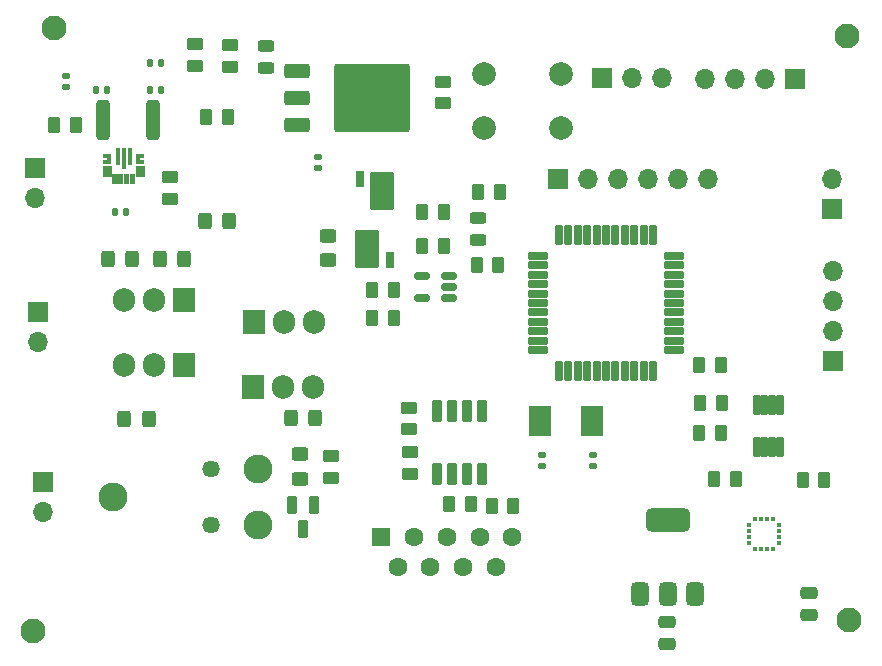
<source format=gbr>
%TF.GenerationSoftware,KiCad,Pcbnew,9.0.0*%
%TF.CreationDate,2025-04-23T21:59:36+02:00*%
%TF.ProjectId,Projecte,50726f6a-6563-4746-952e-6b696361645f,rev?*%
%TF.SameCoordinates,Original*%
%TF.FileFunction,Soldermask,Top*%
%TF.FilePolarity,Negative*%
%FSLAX46Y46*%
G04 Gerber Fmt 4.6, Leading zero omitted, Abs format (unit mm)*
G04 Created by KiCad (PCBNEW 9.0.0) date 2025-04-23 21:59:36*
%MOMM*%
%LPD*%
G01*
G04 APERTURE LIST*
G04 Aperture macros list*
%AMRoundRect*
0 Rectangle with rounded corners*
0 $1 Rounding radius*
0 $2 $3 $4 $5 $6 $7 $8 $9 X,Y pos of 4 corners*
0 Add a 4 corners polygon primitive as box body*
4,1,4,$2,$3,$4,$5,$6,$7,$8,$9,$2,$3,0*
0 Add four circle primitives for the rounded corners*
1,1,$1+$1,$2,$3*
1,1,$1+$1,$4,$5*
1,1,$1+$1,$6,$7*
1,1,$1+$1,$8,$9*
0 Add four rect primitives between the rounded corners*
20,1,$1+$1,$2,$3,$4,$5,0*
20,1,$1+$1,$4,$5,$6,$7,0*
20,1,$1+$1,$6,$7,$8,$9,0*
20,1,$1+$1,$8,$9,$2,$3,0*%
G04 Aperture macros list end*
%ADD10C,0.010000*%
%ADD11RoundRect,0.140000X-0.170000X0.140000X-0.170000X-0.140000X0.170000X-0.140000X0.170000X0.140000X0*%
%ADD12RoundRect,0.140000X0.140000X0.170000X-0.140000X0.170000X-0.140000X-0.170000X0.140000X-0.170000X0*%
%ADD13RoundRect,0.140000X-0.140000X-0.170000X0.140000X-0.170000X0.140000X0.170000X-0.140000X0.170000X0*%
%ADD14RoundRect,0.140000X0.170000X-0.140000X0.170000X0.140000X-0.170000X0.140000X-0.170000X-0.140000X0*%
%ADD15RoundRect,0.250000X-0.312500X-1.450000X0.312500X-1.450000X0.312500X1.450000X-0.312500X1.450000X0*%
%ADD16R,0.450000X0.300000*%
%ADD17R,0.300000X0.450000*%
%ADD18RoundRect,0.075500X0.226500X-0.736500X0.226500X0.736500X-0.226500X0.736500X-0.226500X-0.736500X0*%
%ADD19RoundRect,0.250000X-0.262500X-0.450000X0.262500X-0.450000X0.262500X0.450000X-0.262500X0.450000X0*%
%ADD20R,1.700000X1.700000*%
%ADD21O,1.700000X1.700000*%
%ADD22RoundRect,0.102000X-0.736600X-0.241300X0.736600X-0.241300X0.736600X0.241300X-0.736600X0.241300X0*%
%ADD23RoundRect,0.102000X-0.241300X-0.736600X0.241300X-0.736600X0.241300X0.736600X-0.241300X0.736600X0*%
%ADD24RoundRect,0.250000X0.262500X0.450000X-0.262500X0.450000X-0.262500X-0.450000X0.262500X-0.450000X0*%
%ADD25RoundRect,0.250000X0.450000X-0.325000X0.450000X0.325000X-0.450000X0.325000X-0.450000X-0.325000X0*%
%ADD26RoundRect,0.375000X0.375000X-0.625000X0.375000X0.625000X-0.375000X0.625000X-0.375000X-0.625000X0*%
%ADD27RoundRect,0.500000X1.400000X-0.500000X1.400000X0.500000X-1.400000X0.500000X-1.400000X-0.500000X0*%
%ADD28R,1.905000X2.000000*%
%ADD29O,1.905000X2.000000*%
%ADD30C,2.100000*%
%ADD31RoundRect,0.250000X0.325000X0.450000X-0.325000X0.450000X-0.325000X-0.450000X0.325000X-0.450000X0*%
%ADD32RoundRect,0.250000X-0.475000X0.250000X-0.475000X-0.250000X0.475000X-0.250000X0.475000X0.250000X0*%
%ADD33RoundRect,0.250000X-0.450000X0.262500X-0.450000X-0.262500X0.450000X-0.262500X0.450000X0.262500X0*%
%ADD34RoundRect,0.150000X0.512500X0.150000X-0.512500X0.150000X-0.512500X-0.150000X0.512500X-0.150000X0*%
%ADD35RoundRect,0.243750X0.456250X-0.243750X0.456250X0.243750X-0.456250X0.243750X-0.456250X-0.243750X0*%
%ADD36C,2.000000*%
%ADD37RoundRect,0.250000X-0.325000X-0.450000X0.325000X-0.450000X0.325000X0.450000X-0.325000X0.450000X0*%
%ADD38RoundRect,0.100500X-0.301500X0.791500X-0.301500X-0.791500X0.301500X-0.791500X0.301500X0.791500X0*%
%ADD39R,1.900000X2.500000*%
%ADD40RoundRect,0.250000X0.450000X-0.262500X0.450000X0.262500X-0.450000X0.262500X-0.450000X-0.262500X0*%
%ADD41C,1.462000*%
%ADD42C,2.454000*%
%ADD43RoundRect,0.243600X0.771400X-1.406400X0.771400X1.406400X-0.771400X1.406400X-0.771400X-1.406400X0*%
%ADD44RoundRect,0.190000X0.190000X-0.510000X0.190000X0.510000X-0.190000X0.510000X-0.190000X-0.510000X0*%
%ADD45RoundRect,0.250000X-0.850000X-0.350000X0.850000X-0.350000X0.850000X0.350000X-0.850000X0.350000X0*%
%ADD46RoundRect,0.249997X-2.950003X-2.650003X2.950003X-2.650003X2.950003X2.650003X-2.950003X2.650003X0*%
%ADD47RoundRect,0.243750X-0.456250X0.243750X-0.456250X-0.243750X0.456250X-0.243750X0.456250X0.243750X0*%
%ADD48RoundRect,0.099250X-0.297750X0.662750X-0.297750X-0.662750X0.297750X-0.662750X0.297750X0.662750X0*%
%ADD49R,1.600000X1.600000*%
%ADD50C,1.600000*%
G04 APERTURE END LIST*
D10*
%TO.C,U2*%
X165679798Y-87903212D02*
X164979798Y-87903212D01*
X164979798Y-87553212D01*
X165679798Y-87553212D01*
X165679798Y-87903212D01*
G36*
X165679798Y-87903212D02*
G01*
X164979798Y-87903212D01*
X164979798Y-87553212D01*
X165679798Y-87553212D01*
X165679798Y-87903212D01*
G37*
X165679798Y-88403212D02*
X164979798Y-88403212D01*
X164979798Y-88053212D01*
X165679798Y-88053212D01*
X165679798Y-88403212D01*
G36*
X165679798Y-88403212D02*
G01*
X164979798Y-88403212D01*
X164979798Y-88053212D01*
X165679798Y-88053212D01*
X165679798Y-88403212D01*
G37*
X166154798Y-89003212D02*
X165804798Y-89003212D01*
X165804798Y-88303212D01*
X166154798Y-88303212D01*
X166154798Y-89003212D01*
G36*
X166154798Y-89003212D02*
G01*
X165804798Y-89003212D01*
X165804798Y-88303212D01*
X166154798Y-88303212D01*
X166154798Y-89003212D01*
G37*
X166354798Y-87403212D02*
X166104798Y-87403212D01*
X166104798Y-86053212D01*
X166354798Y-86053212D01*
X166354798Y-87403212D01*
G36*
X166354798Y-87403212D02*
G01*
X166104798Y-87403212D01*
X166104798Y-86053212D01*
X166354798Y-86053212D01*
X166354798Y-87403212D01*
G37*
X166654798Y-89003212D02*
X166304798Y-89003212D01*
X166304798Y-88303212D01*
X166654798Y-88303212D01*
X166654798Y-89003212D01*
G36*
X166654798Y-89003212D02*
G01*
X166304798Y-89003212D01*
X166304798Y-88303212D01*
X166654798Y-88303212D01*
X166654798Y-89003212D01*
G37*
X166854798Y-87753212D02*
X166604798Y-87753212D01*
X166604798Y-86053212D01*
X166854798Y-86053212D01*
X166854798Y-87753212D01*
G36*
X166854798Y-87753212D02*
G01*
X166604798Y-87753212D01*
X166604798Y-86053212D01*
X166854798Y-86053212D01*
X166854798Y-87753212D01*
G37*
X167154798Y-89003212D02*
X166804798Y-89003212D01*
X166804798Y-88303212D01*
X167154798Y-88303212D01*
X167154798Y-89003212D01*
G36*
X167154798Y-89003212D02*
G01*
X166804798Y-89003212D01*
X166804798Y-88303212D01*
X167154798Y-88303212D01*
X167154798Y-89003212D01*
G37*
X167354798Y-87403212D02*
X167104798Y-87403212D01*
X167104798Y-86053212D01*
X167354798Y-86053212D01*
X167354798Y-87403212D01*
G36*
X167354798Y-87403212D02*
G01*
X167104798Y-87403212D01*
X167104798Y-86053212D01*
X167354798Y-86053212D01*
X167354798Y-87403212D01*
G37*
X167654798Y-89003212D02*
X167304798Y-89003212D01*
X167304798Y-88303212D01*
X167654798Y-88303212D01*
X167654798Y-89003212D01*
G36*
X167654798Y-89003212D02*
G01*
X167304798Y-89003212D01*
X167304798Y-88303212D01*
X167654798Y-88303212D01*
X167654798Y-89003212D01*
G37*
X168479798Y-87903212D02*
X167779798Y-87903212D01*
X167779798Y-87553212D01*
X168479798Y-87553212D01*
X168479798Y-87903212D01*
G36*
X168479798Y-87903212D02*
G01*
X167779798Y-87903212D01*
X167779798Y-87553212D01*
X168479798Y-87553212D01*
X168479798Y-87903212D01*
G37*
X168479798Y-88403212D02*
X167779798Y-88403212D01*
X167779798Y-88053212D01*
X168479798Y-88053212D01*
X168479798Y-88403212D01*
G36*
X168479798Y-88403212D02*
G01*
X167779798Y-88403212D01*
X167779798Y-88053212D01*
X168479798Y-88053212D01*
X168479798Y-88403212D01*
G37*
X165629798Y-87353212D02*
X165029798Y-87353212D01*
X165029798Y-87103212D01*
X165379798Y-87103212D01*
X165379798Y-86853212D01*
X165029798Y-86853212D01*
X165029798Y-86603212D01*
X165629798Y-86603212D01*
X165629798Y-87353212D01*
G36*
X165629798Y-87353212D02*
G01*
X165029798Y-87353212D01*
X165029798Y-87103212D01*
X165379798Y-87103212D01*
X165379798Y-86853212D01*
X165029798Y-86853212D01*
X165029798Y-86603212D01*
X165629798Y-86603212D01*
X165629798Y-87353212D01*
G37*
X168429798Y-86853212D02*
X168079798Y-86853212D01*
X168079798Y-87103212D01*
X168429798Y-87103212D01*
X168429798Y-87353212D01*
X167829798Y-87353212D01*
X167829798Y-86603212D01*
X168429798Y-86603212D01*
X168429798Y-86853212D01*
G36*
X168429798Y-86853212D02*
G01*
X168079798Y-86853212D01*
X168079798Y-87103212D01*
X168429798Y-87103212D01*
X168429798Y-87353212D01*
X167829798Y-87353212D01*
X167829798Y-86603212D01*
X168429798Y-86603212D01*
X168429798Y-86853212D01*
G37*
%TD*%
D11*
%TO.C,C12*%
X183210000Y-86790000D03*
X183210000Y-87750000D03*
%TD*%
D12*
%TO.C,C11*%
X169950000Y-78910000D03*
X168990000Y-78910000D03*
%TD*%
%TO.C,C10*%
X169960000Y-81130000D03*
X169000000Y-81130000D03*
%TD*%
D13*
%TO.C,C7*%
X164400000Y-81160000D03*
X165360000Y-81160000D03*
%TD*%
D12*
%TO.C,C6*%
X166979798Y-91525712D03*
X166019798Y-91525712D03*
%TD*%
D14*
%TO.C,C4*%
X161900000Y-80930000D03*
X161900000Y-79970000D03*
%TD*%
D15*
%TO.C,L1*%
X165000000Y-83720000D03*
X169275000Y-83720000D03*
%TD*%
D11*
%TO.C,C5*%
X206510000Y-112030000D03*
X206510000Y-112990000D03*
%TD*%
%TO.C,C3*%
X202160000Y-112050000D03*
X202160000Y-113010000D03*
%TD*%
D16*
%TO.C,U6*%
X219690000Y-118020000D03*
X219690000Y-118520000D03*
X219690000Y-119020000D03*
X219690000Y-119520000D03*
D17*
X220215000Y-120045000D03*
X220715000Y-120045000D03*
X221215000Y-120045000D03*
X221715000Y-120045000D03*
D16*
X222240000Y-119520000D03*
X222240000Y-119020000D03*
X222240000Y-118520000D03*
X222240000Y-118020000D03*
D17*
X221715000Y-117495000D03*
X221215000Y-117495000D03*
X220715000Y-117495000D03*
X220215000Y-117495000D03*
%TD*%
D18*
%TO.C,U3*%
X220345000Y-111352500D03*
X220995000Y-111352500D03*
X221645000Y-111352500D03*
X222295000Y-111352500D03*
X222295000Y-107812500D03*
X221645000Y-107812500D03*
X220995000Y-107812500D03*
X220345000Y-107812500D03*
%TD*%
D19*
%TO.C,R18*%
X187820000Y-98080000D03*
X189645000Y-98080000D03*
%TD*%
D20*
%TO.C,USART*%
X226820000Y-104110000D03*
D21*
X226820000Y-101570000D03*
X226820000Y-99030000D03*
X226820000Y-96490000D03*
%TD*%
D19*
%TO.C,R6*%
X215475000Y-110160000D03*
X217300000Y-110160000D03*
%TD*%
%TO.C,R7*%
X215590000Y-107650000D03*
X217415000Y-107650000D03*
%TD*%
D22*
%TO.C,U5*%
X201859200Y-95199800D03*
X201859200Y-95987200D03*
X201859200Y-96800000D03*
X201859200Y-97587400D03*
X201859200Y-98400200D03*
X201859200Y-99187600D03*
X201859200Y-99975000D03*
X201859200Y-100787800D03*
X201859200Y-101575200D03*
X201859200Y-102388000D03*
X201859200Y-103175400D03*
D23*
X203611800Y-104928000D03*
X204399200Y-104928000D03*
X205212000Y-104928000D03*
X205999400Y-104928000D03*
X206812200Y-104928000D03*
X207599600Y-104928000D03*
X208387000Y-104928000D03*
X209199800Y-104928000D03*
X209987200Y-104928000D03*
X210800000Y-104928000D03*
X211587400Y-104928000D03*
D22*
X213340000Y-103175400D03*
X213340000Y-102388000D03*
X213340000Y-101575200D03*
X213340000Y-100787800D03*
X213340000Y-99975000D03*
X213340000Y-99187600D03*
X213340000Y-98400200D03*
X213340000Y-97587400D03*
X213340000Y-96800000D03*
X213340000Y-95987200D03*
X213340000Y-95199800D03*
D23*
X211587400Y-93447200D03*
X210800000Y-93447200D03*
X209987200Y-93447200D03*
X209199800Y-93447200D03*
X208387000Y-93447200D03*
X207599600Y-93447200D03*
X206812200Y-93447200D03*
X205999400Y-93447200D03*
X205212000Y-93447200D03*
X204399200Y-93447200D03*
X203611800Y-93447200D03*
%TD*%
D24*
%TO.C,R17*%
X199752500Y-116390000D03*
X197927500Y-116390000D03*
%TD*%
D25*
%TO.C,D1*%
X181730000Y-114055000D03*
X181730000Y-112005000D03*
%TD*%
D20*
%TO.C,R CALEFACTABLE*%
X159950000Y-114385000D03*
D21*
X159950000Y-116925000D03*
%TD*%
D19*
%TO.C,R2*%
X196797500Y-89830000D03*
X198622500Y-89830000D03*
%TD*%
D26*
%TO.C,U1*%
X210517500Y-123850000D03*
X212817500Y-123850000D03*
D27*
X212817500Y-117550000D03*
D26*
X215117500Y-123850000D03*
%TD*%
D28*
%TO.C,Q2*%
X171840000Y-98920000D03*
D29*
X169300000Y-98920000D03*
X166760000Y-98920000D03*
%TD*%
D30*
%TO.C,REF\u002A\u002A*%
X159120000Y-126940000D03*
%TD*%
D19*
%TO.C,R3*%
X224245000Y-114150000D03*
X226070000Y-114150000D03*
%TD*%
D31*
%TO.C,DPM+1*%
X171875000Y-95460000D03*
X169825000Y-95460000D03*
%TD*%
D30*
%TO.C,REF\u002A\u002A*%
X228160000Y-126030000D03*
%TD*%
D32*
%TO.C,C14*%
X212740000Y-126180000D03*
X212740000Y-128080000D03*
%TD*%
D33*
%TO.C,R19*%
X190890000Y-108040000D03*
X190890000Y-109865000D03*
%TD*%
%TO.C,RMCLR1*%
X193820000Y-80437500D03*
X193820000Y-82262500D03*
%TD*%
D34*
%TO.C,U7*%
X194317500Y-98792500D03*
X194317500Y-97842500D03*
X194317500Y-96892500D03*
X192042500Y-96892500D03*
X192042500Y-98792500D03*
%TD*%
D35*
%TO.C,DR1*%
X196800000Y-93877500D03*
X196800000Y-92002500D03*
%TD*%
D24*
%TO.C,R15*%
X189645000Y-100430000D03*
X187820000Y-100430000D03*
%TD*%
D33*
%TO.C,R11*%
X170659798Y-88563212D03*
X170659798Y-90388212D03*
%TD*%
%TO.C,R21*%
X190980000Y-111830000D03*
X190980000Y-113655000D03*
%TD*%
D19*
%TO.C,R20*%
X196660000Y-95940000D03*
X198485000Y-95940000D03*
%TD*%
D36*
%TO.C,SW MCLR*%
X197270000Y-79840000D03*
X203770000Y-79840000D03*
X197270000Y-84340000D03*
X203770000Y-84340000D03*
%TD*%
D37*
%TO.C,DPM+2*%
X180927500Y-108960000D03*
X182977500Y-108960000D03*
%TD*%
D38*
%TO.C,U8*%
X197075000Y-108337500D03*
X195805000Y-108337500D03*
X194535000Y-108337500D03*
X193265000Y-108337500D03*
X193265000Y-113677500D03*
X194535000Y-113677500D03*
X195805000Y-113677500D03*
X197075000Y-113677500D03*
%TD*%
D31*
%TO.C,DPM-1*%
X168865000Y-108980000D03*
X166815000Y-108980000D03*
%TD*%
D33*
%TO.C,R9*%
X172760000Y-77287500D03*
X172760000Y-79112500D03*
%TD*%
D24*
%TO.C,R12*%
X217325000Y-104430000D03*
X215500000Y-104430000D03*
%TD*%
D39*
%TO.C,Y1*%
X202020000Y-109150000D03*
X206420000Y-109150000D03*
%TD*%
D25*
%TO.C,D2*%
X184060000Y-95565000D03*
X184060000Y-93515000D03*
%TD*%
D19*
%TO.C,R14*%
X192060000Y-94330000D03*
X193885000Y-94330000D03*
%TD*%
D24*
%TO.C,R4*%
X162722298Y-84115712D03*
X160897298Y-84115712D03*
%TD*%
D20*
%TO.C,MCLR*%
X207220000Y-80160000D03*
D21*
X209760000Y-80160000D03*
X212300000Y-80160000D03*
%TD*%
D40*
%TO.C,R10*%
X175805000Y-79210000D03*
X175805000Y-77385000D03*
%TD*%
D41*
%TO.C,K1*%
X174177500Y-113235000D03*
X174177500Y-117985000D03*
D42*
X165847500Y-115610000D03*
X178107500Y-113235000D03*
X178107500Y-117985000D03*
%TD*%
D43*
%TO.C,R_shunt1*%
X187365000Y-94625000D03*
D44*
X189270000Y-95575000D03*
X186730000Y-88715000D03*
D43*
X188635000Y-89665000D03*
%TD*%
D28*
%TO.C,Q5*%
X177760000Y-100760000D03*
D29*
X180300000Y-100760000D03*
X182840000Y-100760000D03*
%TD*%
D20*
%TO.C,PROGRAMACI\u00D3*%
X203550000Y-88720000D03*
D21*
X206090000Y-88720000D03*
X208630000Y-88720000D03*
X211170000Y-88720000D03*
X213710000Y-88720000D03*
X216250000Y-88720000D03*
%TD*%
D24*
%TO.C,R16*%
X193885000Y-91460000D03*
X192060000Y-91460000D03*
%TD*%
D45*
%TO.C,U4*%
X181470000Y-79530000D03*
X181470000Y-81810000D03*
D46*
X187770000Y-81810000D03*
D45*
X181470000Y-84090000D03*
%TD*%
D28*
%TO.C,Q3*%
X177750000Y-106325000D03*
D29*
X180290000Y-106325000D03*
X182830000Y-106325000D03*
%TD*%
D47*
%TO.C,DR2*%
X178800000Y-77400000D03*
X178800000Y-79275000D03*
%TD*%
D32*
%TO.C,C2*%
X224750000Y-123710000D03*
X224750000Y-125610000D03*
%TD*%
D37*
%TO.C,DPA1*%
X165434798Y-95435712D03*
X167484798Y-95435712D03*
%TD*%
D30*
%TO.C,REF\u002A\u002A*%
X228030000Y-76580000D03*
%TD*%
D20*
%TO.C,12V*%
X159230000Y-87775000D03*
D21*
X159230000Y-90315000D03*
%TD*%
D30*
%TO.C,REF\u002A\u002A*%
X160840000Y-75930000D03*
%TD*%
D20*
%TO.C,BOTONERA*%
X226770000Y-91210000D03*
D21*
X226770000Y-88670000D03*
%TD*%
D19*
%TO.C,R22*%
X194305000Y-116220000D03*
X196130000Y-116220000D03*
%TD*%
D48*
%TO.C,Q1*%
X182880000Y-116320000D03*
X180980000Y-116320000D03*
X181930000Y-118350000D03*
%TD*%
D49*
%TO.C,CAN*%
X188580000Y-119004669D03*
D50*
X191350000Y-119004669D03*
X194120000Y-119004669D03*
X196890000Y-119004669D03*
X199660000Y-119004669D03*
X189965000Y-121544669D03*
X192735000Y-121544669D03*
X195505000Y-121544669D03*
X198275000Y-121544669D03*
%TD*%
D20*
%TO.C,MOTOR*%
X159520000Y-99965000D03*
D21*
X159520000Y-102505000D03*
%TD*%
D37*
%TO.C,DPA2*%
X173614798Y-92208212D03*
X175664798Y-92208212D03*
%TD*%
D40*
%TO.C,R13*%
X184280000Y-113982500D03*
X184280000Y-112157500D03*
%TD*%
D28*
%TO.C,Q4*%
X171910000Y-104415000D03*
D29*
X169370000Y-104415000D03*
X166830000Y-104415000D03*
%TD*%
D24*
%TO.C,R8*%
X175562500Y-83430000D03*
X173737500Y-83430000D03*
%TD*%
%TO.C,R5*%
X218575000Y-114100000D03*
X216750000Y-114100000D03*
%TD*%
D20*
%TO.C,s.PROXIMITAT*%
X223620000Y-80190000D03*
D21*
X221080000Y-80190000D03*
X218540000Y-80190000D03*
X216000000Y-80190000D03*
%TD*%
M02*

</source>
